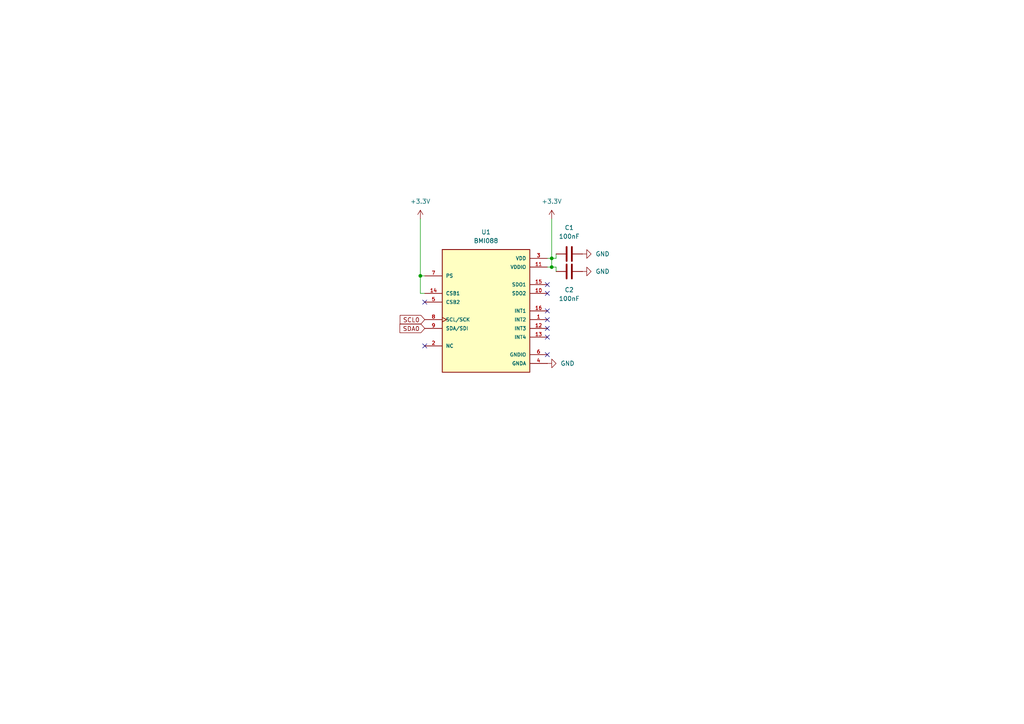
<source format=kicad_sch>
(kicad_sch (version 20231120) (generator "eeschema") (generator_version "8.0")
  (paper "A4")
  (lib_symbols
    (symbol "Device:C" (pin_numbers hide) (pin_names (offset 0.254))
      (property "Reference" "C" (at 0.635 2.54 0))
      (property "Value" "C" (at 0.635 -2.54 0))
      (symbol "C_0_1"
        (polyline (pts (xy -2.032 -0.762) (xy 2.032 -0.762)) (stroke (width 0.508)))
        (polyline (pts (xy -2.032 0.762) (xy 2.032 0.762)) (stroke (width 0.508)))
      )
      (symbol "C_1_1"
        (pin passive line (at 0 3.81 270) (length 2.794) (name "~") (number "1"))
        (pin passive line (at 0 -3.81 90) (length 2.794) (name "~") (number "2"))
      )
    )
    (symbol "SRAD_AVIONICS:BMI088" (pin_names (offset 1.016))
      (property "Reference" "U" (at -12.7 18.415 0))
      (property "Value" "BMI088" (at -12.7 -20.32 0))
      (symbol "BMI088_0_0"
        (rectangle (start -12.7 -17.78) (end 12.7 17.78) (stroke (width 0.254)) (fill (type background)))
        (pin bidirectional line (at 17.78 -2.54 180) (length 5.08) (name "INT2") (number "1"))
        (pin output line (at 17.78 5.08 180) (length 5.08) (name "SDO2") (number "10"))
        (pin power_in line (at 17.78 12.7 180) (length 5.08) (name "VDDIO") (number "11"))
        (pin bidirectional line (at 17.78 -5.08 180) (length 5.08) (name "INT3") (number "12"))
        (pin bidirectional line (at 17.78 -7.62 180) (length 5.08) (name "INT4") (number "13"))
        (pin input line (at -17.78 5.08 0) (length 5.08) (name "CSB1") (number "14"))
        (pin output line (at 17.78 7.62 180) (length 5.08) (name "SDO1") (number "15"))
        (pin bidirectional line (at 17.78 0 180) (length 5.08) (name "INT1") (number "16"))
        (pin passive line (at -17.78 -10.16 0) (length 5.08) (name "NC") (number "2"))
        (pin power_in line (at 17.78 15.24 180) (length 5.08) (name "VDD") (number "3"))
        (pin power_in line (at 17.78 -15.24 180) (length 5.08) (name "GNDA") (number "4"))
        (pin input line (at -17.78 2.54 0) (length 5.08) (name "CSB2") (number "5"))
        (pin power_in line (at 17.78 -12.7 180) (length 5.08) (name "GNDIO") (number "6"))
        (pin input line (at -17.78 10.16 0) (length 5.08) (name "PS") (number "7"))
        (pin input clock (at -17.78 -2.54 0) (length 5.08) (name "SCL/SCK") (number "8"))
        (pin bidirectional line (at -17.78 -5.08 0) (length 5.08) (name "SDA/SDI") (number "9"))
      )
    )
    (symbol "power:+3.3V" (power) (pin_numbers hide) (pin_names (offset 0) hide)
      (property "Value" "+3.3V" (at 0 3.556 0))
      (symbol "+3.3V_0_1"
        (polyline (pts (xy -0.762 1.27) (xy 0 2.54)))
        (polyline (pts (xy 0 0) (xy 0 2.54)))
        (polyline (pts (xy 0 2.54) (xy 0.762 1.27)))
      )
      (symbol "+3.3V_1_1"
        (pin power_in line (at 0 0 90) (length 0) (name "~") (number "1"))
      )
    )
    (symbol "power:GND" (power) (pin_numbers hide) (pin_names (offset 0) hide)
      (property "Value" "GND" (at 0 -3.81 0))
      (symbol "GND_0_1"
        (polyline (pts (xy 0 0) (xy 0 -1.27) (xy 1.27 -1.27) (xy 0 -2.54) (xy -1.27 -1.27) (xy 0 -1.27)))
      )
      (symbol "GND_1_1"
        (pin power_in line (at 0 0 270) (length 0) (name "~") (number "1"))
      )
    )
  )
  (junction (at 121.92 80.01))
  (junction (at 160.02 77.47))
  (junction (at 160.02 74.93))
  (no_connect (at 158.75 95.25))
  (no_connect (at 123.19 100.33))
  (no_connect (at 158.75 102.87))
  (no_connect (at 158.75 85.09))
  (no_connect (at 158.75 90.17))
  (no_connect (at 158.75 97.79))
  (no_connect (at 158.75 82.55))
  (no_connect (at 123.19 87.63))
  (no_connect (at 158.75 92.71))
  (wire (pts (xy 160.02 74.93) (xy 160.02 77.47)))
  (wire (pts (xy 160.02 77.47) (xy 161.29 77.47)))
  (wire (pts (xy 158.75 77.47) (xy 160.02 77.47)))
  (wire (pts (xy 121.92 80.01) (xy 123.19 80.01)))
  (wire (pts (xy 123.19 85.09) (xy 121.92 85.09)))
  (wire (pts (xy 121.92 63.5) (xy 121.92 80.01)))
  (wire (pts (xy 121.92 80.01) (xy 121.92 85.09)))
  (wire (pts (xy 161.29 77.47) (xy 161.29 78.74)))
  (wire (pts (xy 160.02 63.5) (xy 160.02 74.93)))
  (wire (pts (xy 158.75 74.93) (xy 160.02 74.93)))
  (wire (pts (xy 160.02 74.93) (xy 161.29 74.93)))
  (wire (pts (xy 161.29 74.93) (xy 161.29 73.66)))
  (global_label "SDA0" (shape input) (at 123.19 95.25 180) (property "Intersheetrefs" "${INTERSHEET_REFS}" (effects (hide yes))))
  (global_label "SCL0" (shape input) (at 123.19 92.71 180) (property "Intersheetrefs" "${INTERSHEET_REFS}" (effects (hide yes))))
  (symbol (lib_id "Device:C") (at 165.1 73.66 90) (unit 1)
    (property "Reference" "C1" (at 165.1 66.04 90))
    (property "Value" "100nF" (at 165.1 68.58 90))
    (property "Description" "Unpolarized capacitor" (effects (hide yes)))
  )
  (symbol (lib_id "power:+3.3V") (at 121.92 63.5 0) (unit 1)
    (property "Reference" "#PWR07" (effects (hide yes)))
    (property "Value" "+3.3V" (at 121.92 58.42 0))
    (property "Description" "Power symbol creates a global label with name \"+3.3V\"" (effects (hide yes)))
  )
  (symbol (lib_id "SRAD_AVIONICS:BMI088") (at 140.97 90.17 0) (unit 1)
    (property "Reference" "U1" (at 140.97 67.31 0))
    (property "Value" "BMI088" (at 140.97 69.85 0))
    (property "Footprint" "BMI088:PQFN50P450X300X100-16N" (effects (hide yes)))
    (property "Description" "Accelerometer, Gyroscope, 6 Axis Sensor I²C, SPI Output" (effects (hide yes)))
    (property "MF" "Bosch Sensortec" (effects (hide yes)))
    (property "PURCHASE-URL" "https://pricing.snapeda.com/search/part/BMI088/?ref=eda" (effects (hide yes)))
    (property "PACKAGE" "VFLGA-16 Bosch Sensortec" (effects (hide yes)))
    (property "PRICE" "None" (effects (hide yes)))
    (property "MP" "BMI088" (effects (hide yes)))
    (property "AVAILABILITY" "In Stock" (effects (hide yes)))
  )
  (symbol (lib_id "power:GND") (at 168.91 73.66 90) (unit 1)
    (property "Reference" "#PWR04" (effects (hide yes)))
    (property "Value" "GND" (at 172.72 73.6599 90) (effects (justify right)))
    (property "Description" "Power symbol creates a global label with name \"GND\" , ground" (effects (hide yes)))
  )
  (symbol (lib_id "power:GND") (at 158.75 105.41 90) (unit 1)
    (property "Reference" "#PWR08" (effects (hide yes)))
    (property "Value" "GND" (at 162.56 105.4099 90) (effects (justify right)))
    (property "Description" "Power symbol creates a global label with name \"GND\" , ground" (effects (hide yes)))
  )
  (symbol (lib_id "Device:C") (at 165.1 78.74 270) (unit 1)
    (property "Reference" "C2" (at 165.1 84.074 90))
    (property "Value" "100nF" (at 165.1 86.614 90))
    (property "Description" "Unpolarized capacitor" (effects (hide yes)))
  )
  (symbol (lib_id "power:GND") (at 168.91 78.74 90) (unit 1)
    (property "Reference" "#PWR05" (effects (hide yes)))
    (property "Value" "GND" (at 172.72 78.7399 90) (effects (justify right)))
    (property "Description" "Power symbol creates a global label with name \"GND\" , ground" (effects (hide yes)))
  )
  (symbol (lib_id "power:+3.3V") (at 160.02 63.5 0) (unit 1)
    (property "Reference" "#PWR06" (effects (hide yes)))
    (property "Value" "+3.3V" (at 160.02 58.42 0))
    (property "Description" "Power symbol creates a global label with name \"+3.3V\"" (effects (hide yes)))
  )
)
</source>
